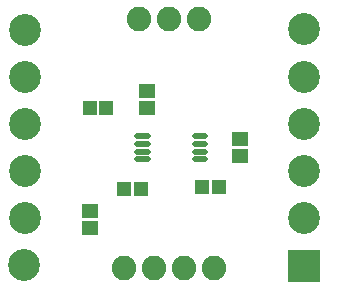
<source format=gts>
G04 Layer: TopSolderMaskLayer*
G04 EasyEDA v6.1.41, Mon, 03 Jun 2019 03:14:34 GMT*
G04 5a90bc5d05c24feeabf61e1713a7abd1,f719cc3b5e9d4f31bc15a5958a6a0e99,10*
G04 Gerber Generator version 0.2*
G04 Scale: 100 percent, Rotated: No, Reflected: No *
G04 Dimensions in millimeters *
G04 leading zeros omitted , absolute positions ,3 integer and 3 decimal *
%FSLAX33Y33*%
%MOMM*%
G90*
G71D02*

%ADD23C,0.543204*%
%ADD24R,1.203198X1.303198*%
%ADD25C,2.082800*%
%ADD27C,2.703195*%

%LPD*%
G54D23*
G01X12494Y13807D02*
G01X11635Y13807D01*
G01X12494Y13157D02*
G01X11635Y13157D01*
G01X12494Y12507D02*
G01X11635Y12507D01*
G01X17346Y11852D02*
G01X16486Y11852D01*
G01X17346Y12502D02*
G01X16486Y12502D01*
G01X17346Y13152D02*
G01X16486Y13152D01*
G01X17346Y13802D02*
G01X16486Y13802D01*
G01X12494Y11857D02*
G01X11635Y11857D01*
G54D24*
G01X10541Y9362D03*
G01X11941Y9362D03*
G54D25*
G01X14351Y23713D03*
G01X16891Y23713D03*
G01X11811Y23713D03*
G01X13081Y2631D03*
G01X15621Y2631D03*
G01X18161Y2631D03*
G01X10541Y2631D03*
G36*
G01X24429Y1514D02*
G01X24429Y4216D01*
G01X27132Y4216D01*
G01X27132Y1514D01*
G01X24429Y1514D01*
G37*
G54D27*
G01X25780Y6865D03*
G01X25780Y10860D03*
G01X25780Y14861D03*
G01X25780Y18861D03*
G01X25780Y22857D03*
G01X2043Y2876D03*
G01X2085Y6855D03*
G01X2085Y10851D03*
G01X2085Y14851D03*
G01X2085Y18851D03*
G01X2085Y22847D03*
G36*
G01X6967Y5459D02*
G01X6967Y6662D01*
G01X8272Y6662D01*
G01X8272Y5459D01*
G01X6967Y5459D01*
G37*
G36*
G01X6967Y6858D02*
G01X6967Y8062D01*
G01X8272Y8062D01*
G01X8272Y6858D01*
G01X6967Y6858D01*
G37*
G36*
G01X19667Y11555D02*
G01X19667Y12758D01*
G01X20972Y12758D01*
G01X20972Y11555D01*
G01X19667Y11555D01*
G37*
G36*
G01X19667Y12954D02*
G01X19667Y14158D01*
G01X20972Y14158D01*
G01X20972Y12954D01*
G01X19667Y12954D01*
G37*
G54D24*
G01X17145Y9489D03*
G01X18545Y9489D03*
G01X7620Y16220D03*
G01X9020Y16220D03*
G36*
G01X11793Y15619D02*
G01X11793Y16822D01*
G01X13098Y16822D01*
G01X13098Y15619D01*
G01X11793Y15619D01*
G37*
G36*
G01X11793Y17018D02*
G01X11793Y18222D01*
G01X13098Y18222D01*
G01X13098Y17018D01*
G01X11793Y17018D01*
G37*
M00*
M02*

</source>
